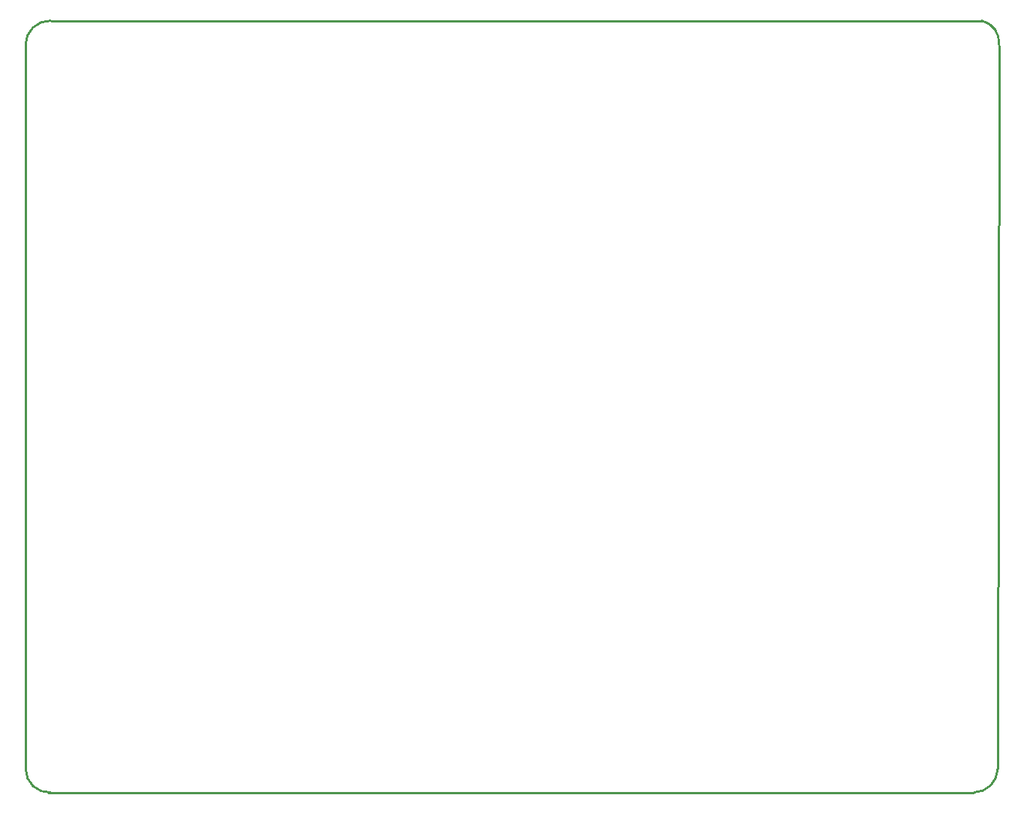
<source format=gko>
G04*
G04 #@! TF.GenerationSoftware,Altium Limited,Altium Designer,22.8.2 (66)*
G04*
G04 Layer_Color=16711935*
%FSLAX44Y44*%
%MOMM*%
G71*
G04*
G04 #@! TF.SameCoordinates,9714C633-81E7-4BB1-B996-9AD4BBD72758*
G04*
G04*
G04 #@! TF.FilePolarity,Positive*
G04*
G01*
G75*
%ADD14C,0.2540*%
D14*
X-1631Y27936D02*
G03*
X26670Y1270I26612J-108D01*
G01*
X1096010Y845319D02*
G03*
X1076742Y872526I-24857J2823D01*
G01*
X26670Y872490D02*
G03*
X-1771Y845285I-1000J-27424D01*
G01*
X1067906Y1326D02*
G03*
X1094649Y28149I-297J27039D01*
G01*
X1094650Y28150D01*
X-1771Y28112D02*
Y849095D01*
X23801Y1270D02*
X1067906Y1326D01*
X1094650Y28150D02*
X1096010Y844550D01*
X26670Y872490D02*
X1076960D01*
X26670Y872490D02*
X26670Y872490D01*
M02*

</source>
